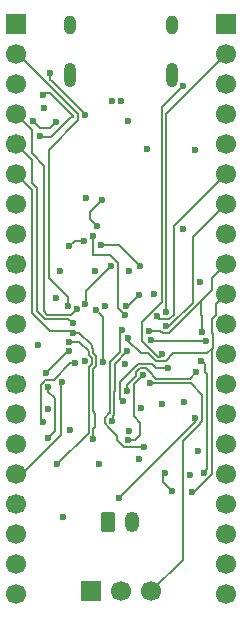
<source format=gbr>
%TF.GenerationSoftware,KiCad,Pcbnew,9.0.6*%
%TF.CreationDate,2026-01-01T23:14:18-05:00*%
%TF.ProjectId,rp2040 better,72703230-3430-4206-9265-747465722e6b,rev?*%
%TF.SameCoordinates,Original*%
%TF.FileFunction,Copper,L4,Bot*%
%TF.FilePolarity,Positive*%
%FSLAX46Y46*%
G04 Gerber Fmt 4.6, Leading zero omitted, Abs format (unit mm)*
G04 Created by KiCad (PCBNEW 9.0.6) date 2026-01-01 23:14:18*
%MOMM*%
%LPD*%
G01*
G04 APERTURE LIST*
G04 Aperture macros list*
%AMRoundRect*
0 Rectangle with rounded corners*
0 $1 Rounding radius*
0 $2 $3 $4 $5 $6 $7 $8 $9 X,Y pos of 4 corners*
0 Add a 4 corners polygon primitive as box body*
4,1,4,$2,$3,$4,$5,$6,$7,$8,$9,$2,$3,0*
0 Add four circle primitives for the rounded corners*
1,1,$1+$1,$2,$3*
1,1,$1+$1,$4,$5*
1,1,$1+$1,$6,$7*
1,1,$1+$1,$8,$9*
0 Add four rect primitives between the rounded corners*
20,1,$1+$1,$2,$3,$4,$5,0*
20,1,$1+$1,$4,$5,$6,$7,0*
20,1,$1+$1,$6,$7,$8,$9,0*
20,1,$1+$1,$8,$9,$2,$3,0*%
G04 Aperture macros list end*
%TA.AperFunction,HeatsinkPad*%
%ADD10O,1.000000X1.600000*%
%TD*%
%TA.AperFunction,HeatsinkPad*%
%ADD11O,1.000000X2.100000*%
%TD*%
%TA.AperFunction,ComponentPad*%
%ADD12C,1.700000*%
%TD*%
%TA.AperFunction,ComponentPad*%
%ADD13R,1.700000X1.700000*%
%TD*%
%TA.AperFunction,ComponentPad*%
%ADD14O,1.200000X1.750000*%
%TD*%
%TA.AperFunction,ComponentPad*%
%ADD15RoundRect,0.250000X-0.350000X-0.625000X0.350000X-0.625000X0.350000X0.625000X-0.350000X0.625000X0*%
%TD*%
%TA.AperFunction,ViaPad*%
%ADD16C,0.600000*%
%TD*%
%TA.AperFunction,Conductor*%
%ADD17C,0.200000*%
%TD*%
G04 APERTURE END LIST*
D10*
%TO.P,J1,S1,SHIELD*%
%TO.N,GND*%
X196430000Y-55450000D03*
D11*
X196430000Y-59630000D03*
D10*
X205070000Y-55450000D03*
D11*
X205070000Y-59630000D03*
%TD*%
D12*
%TO.P,J3,20,Pin_20*%
%TO.N,GPIO15*%
X191860000Y-103630000D03*
%TO.P,J3,19,Pin_19*%
%TO.N,GPIO14*%
X191860000Y-101090000D03*
%TO.P,J3,18,Pin_18*%
%TO.N,GND*%
X191860000Y-98550000D03*
%TO.P,J3,17,Pin_17*%
%TO.N,GPIO13*%
X191860000Y-96010000D03*
%TO.P,J3,16,Pin_16*%
%TO.N,GPIO12*%
X191860000Y-93470000D03*
%TO.P,J3,15,Pin_15*%
%TO.N,GPIO11*%
X191860000Y-90930000D03*
%TO.P,J3,14,Pin_14*%
%TO.N,GPIO10*%
X191860000Y-88390000D03*
%TO.P,J3,13,Pin_13*%
%TO.N,GND*%
X191860000Y-85850000D03*
%TO.P,J3,12,Pin_12*%
%TO.N,GPIO9*%
X191860000Y-83310000D03*
%TO.P,J3,11,Pin_11*%
%TO.N,GPIO8*%
X191860000Y-80770000D03*
%TO.P,J3,10,Pin_10*%
%TO.N,GPIO7*%
X191860000Y-78230000D03*
%TO.P,J3,9,Pin_9*%
%TO.N,GPIO6*%
X191860000Y-75690000D03*
%TO.P,J3,8,Pin_8*%
%TO.N,GND*%
X191860000Y-73150000D03*
%TO.P,J3,7,Pin_7*%
%TO.N,GPIO5*%
X191860000Y-70610000D03*
%TO.P,J3,6,Pin_6*%
%TO.N,GPIO4*%
X191860000Y-68070000D03*
%TO.P,J3,5,Pin_5*%
%TO.N,GPIO3*%
X191860000Y-65530000D03*
%TO.P,J3,4,Pin_4*%
%TO.N,GPIO2*%
X191860000Y-62990000D03*
%TO.P,J3,3,Pin_3*%
%TO.N,GND*%
X191860000Y-60450000D03*
%TO.P,J3,2,Pin_2*%
%TO.N,GPIO1*%
X191860000Y-57910000D03*
D13*
%TO.P,J3,1,Pin_1*%
%TO.N,GPIO0*%
X191860000Y-55370000D03*
%TD*%
D12*
%TO.P,J4,20,Pin_20*%
%TO.N,GPIO16*%
X209640000Y-103630000D03*
%TO.P,J4,19,Pin_19*%
%TO.N,GPIO17*%
X209640000Y-101090000D03*
%TO.P,J4,18,Pin_18*%
%TO.N,GND*%
X209640000Y-98550000D03*
%TO.P,J4,17,Pin_17*%
%TO.N,GPIO18*%
X209640000Y-96010000D03*
%TO.P,J4,16,Pin_16*%
%TO.N,GPIO19*%
X209640000Y-93470000D03*
%TO.P,J4,15,Pin_15*%
%TO.N,GPIO20*%
X209640000Y-90930000D03*
%TO.P,J4,14,Pin_14*%
%TO.N,GPIO21*%
X209640000Y-88390000D03*
%TO.P,J4,13,Pin_13*%
%TO.N,GND*%
X209640000Y-85850000D03*
%TO.P,J4,12,Pin_12*%
%TO.N,GPIO22*%
X209640000Y-83310000D03*
%TO.P,J4,11,Pin_11*%
%TO.N,RUN*%
X209640000Y-80770000D03*
%TO.P,J4,10,Pin_10*%
%TO.N,GPIO23*%
X209640000Y-78230000D03*
%TO.P,J4,9,Pin_9*%
%TO.N,GPIO24*%
X209640000Y-75690000D03*
%TO.P,J4,8,Pin_8*%
%TO.N,GND*%
X209640000Y-73150000D03*
%TO.P,J4,7,Pin_7*%
%TO.N,GPIO26_ADC0*%
X209640000Y-70610000D03*
%TO.P,J4,6,Pin_6*%
%TO.N,GPIO27_ADC1*%
X209640000Y-68070000D03*
%TO.P,J4,5,Pin_5*%
%TO.N,+3V3*%
X209640000Y-65530000D03*
%TO.P,J4,4,Pin_4*%
%TO.N,GPIO28_ADC2*%
X209640000Y-62990000D03*
%TO.P,J4,3,Pin_3*%
%TO.N,GND*%
X209640000Y-60450000D03*
%TO.P,J4,2,Pin_2*%
%TO.N,GPIO29_ADC3*%
X209640000Y-57910000D03*
D13*
%TO.P,J4,1,Pin_1*%
%TO.N,VBUS*%
X209640000Y-55370000D03*
%TD*%
D14*
%TO.P,J2,2,Pin_2*%
%TO.N,GND*%
X201700000Y-97550000D03*
D15*
%TO.P,J2,1,Pin_1*%
%TO.N,Net-(J2-Pin_1)*%
X199700000Y-97550000D03*
%TD*%
D12*
%TO.P,J5,3,Pin_3*%
%TO.N,SWD*%
X203290000Y-103390000D03*
%TO.P,J5,2,Pin_2*%
%TO.N,GND*%
X200750000Y-103390000D03*
D13*
%TO.P,J5,1,Pin_1*%
%TO.N,SWCLK*%
X198210000Y-103390000D03*
%TD*%
D16*
%TO.N,+3V3*%
X204745050Y-84453166D03*
X200894966Y-87275000D03*
%TO.N,GPIO23*%
X206800000Y-94975000D03*
X205125000Y-94900000D03*
%TO.N,+1V1*%
X199250000Y-83975000D03*
X198637500Y-79537500D03*
%TO.N,GND*%
X194553999Y-87936637D03*
X196451336Y-89700000D03*
X206050000Y-72750000D03*
X206100000Y-87325000D03*
X207275000Y-91525000D03*
X194250000Y-62425000D03*
X197800000Y-70094000D03*
X195575000Y-76225000D03*
X207000000Y-66025000D03*
X195825000Y-97100000D03*
X201396860Y-63525000D03*
X197700000Y-83875000D03*
X207424091Y-77225000D03*
X202300000Y-92175000D03*
%TO.N,+3V3*%
X195300000Y-78525000D03*
X203600000Y-78175000D03*
X199425000Y-79199000D03*
X193701473Y-82500000D03*
X199167618Y-70283854D03*
X198868153Y-92580929D03*
X198700000Y-72450000D03*
%TO.N,+1V1*%
X202250000Y-78275000D03*
X201199265Y-79200735D03*
%TO.N,BAT_OUT*%
X202456015Y-87881015D03*
X202976057Y-65950000D03*
%TO.N,Net-(J2-Pin_1)*%
X207050000Y-88700000D03*
X200625000Y-95475000D03*
%TO.N,VBUS*%
X204258871Y-87500000D03*
X206575000Y-93500000D03*
X204257871Y-83278859D03*
X201439281Y-89800869D03*
X206025000Y-60600000D03*
%TO.N,USB_D+*%
X198575000Y-76250000D03*
X199997286Y-61849535D03*
%TO.N,USB_D-*%
X201450000Y-76250000D03*
X200796860Y-61875716D03*
%TO.N,GPIO13*%
X196340823Y-83040514D03*
X194383949Y-84900000D03*
%TO.N,GPIO12*%
X195741600Y-85679696D03*
%TO.N,GPIO2*%
X197002826Y-79508993D03*
%TO.N,GPIO5*%
X196366080Y-82240911D03*
X197726000Y-63057776D03*
X194775000Y-59475000D03*
X194200000Y-61325000D03*
X195375000Y-92600000D03*
X193918000Y-64825000D03*
%TO.N,GPIO3*%
X196662501Y-80697848D03*
%TO.N,GPIO15*%
X194574000Y-90400000D03*
X194600000Y-86101000D03*
%TO.N,GPIO1*%
X196258912Y-79214722D03*
%TO.N,GPIO4*%
X196662498Y-81497850D03*
X193296765Y-63578235D03*
X195250735Y-63675735D03*
X198425000Y-90500000D03*
%TO.N,GPIO14*%
X196911764Y-84088236D03*
X194173000Y-89015430D03*
%TO.N,RUN*%
X207125000Y-84850000D03*
X201263000Y-86436000D03*
%TO.N,GPIO26_ADC0*%
X204560000Y-80935776D03*
%TO.N,GPIO27_ADC1*%
X203825000Y-80100000D03*
%TO.N,GPIO29_ADC3*%
X204617539Y-79733640D03*
%TO.N,GPIO24*%
X203126490Y-81325020D03*
X207548000Y-83850000D03*
X207625000Y-81468988D03*
X207756000Y-93375000D03*
%TO.N,GPIO28_ADC2*%
X201092073Y-79993523D03*
X198425000Y-73300000D03*
%TO.N,GPIO18*%
X202636765Y-85088235D03*
X201402000Y-90600000D03*
%TO.N,GPIO22*%
X207950000Y-82200000D03*
X203325000Y-82100000D03*
%TO.N,GPIO23*%
X204530000Y-93380000D03*
X201386169Y-81898586D03*
%TO.N,SWCLK*%
X201282500Y-83062794D03*
X200000000Y-88925000D03*
%TO.N,SWD*%
X203226000Y-85775000D03*
X201075000Y-84100000D03*
%TO.N,QSPI_SCLK*%
X199925000Y-75875000D03*
X197759014Y-79077982D03*
%TO.N,PG*%
X202725000Y-91200000D03*
X200862502Y-81293795D03*
%TO.N,QSPI_SD0*%
X202400000Y-75825000D03*
X199100764Y-74025764D03*
%TO.N,QSPI_SD2*%
X196400000Y-74175000D03*
X197600000Y-73750000D03*
%TD*%
D17*
%TO.N,GPIO23*%
X204324265Y-94099265D02*
X205125000Y-94900000D01*
X204530000Y-93380000D02*
X204324265Y-93585735D01*
X204324265Y-93585735D02*
X204324265Y-94099265D01*
%TO.N,SWD*%
X205975000Y-100705000D02*
X203290000Y-103390000D01*
X205975000Y-93195000D02*
X205975000Y-100705000D01*
X206020000Y-93150000D02*
X205975000Y-93195000D01*
X207451000Y-89216100D02*
X206020000Y-90647100D01*
X207451000Y-89148943D02*
X207451000Y-89216100D01*
X207651000Y-86726000D02*
X207651000Y-88948943D01*
X207651000Y-88948943D02*
X207451000Y-89148943D01*
X206020000Y-90647100D02*
X206020000Y-93150000D01*
X206673527Y-85748527D02*
X207651000Y-86726000D01*
X203252473Y-85748527D02*
X206673527Y-85748527D01*
X203226000Y-85775000D02*
X203252473Y-85748527D01*
%TO.N,+3V3*%
X203722307Y-84453166D02*
X204745050Y-84453166D01*
X202238291Y-84126235D02*
X203395376Y-84126235D01*
X203395376Y-84126235D02*
X203722307Y-84453166D01*
X200682000Y-85682526D02*
X202238291Y-84126235D01*
X200682000Y-87062034D02*
X200682000Y-85682526D01*
X200894966Y-87275000D02*
X200682000Y-87062034D01*
%TO.N,RUN*%
X203147378Y-84764905D02*
X203750000Y-85367527D01*
X203135095Y-84764905D02*
X203147378Y-84764905D01*
X201263000Y-85923184D02*
X201263000Y-86436000D01*
X202055765Y-85130419D02*
X201263000Y-85923184D01*
X202055765Y-84847576D02*
X202055765Y-85130419D01*
X202877424Y-84507235D02*
X202396106Y-84507235D01*
X202396106Y-84507235D02*
X202055765Y-84847576D01*
X206607473Y-85367527D02*
X203750000Y-85367527D01*
X203135095Y-84764905D02*
X202877424Y-84507235D01*
X207125000Y-84850000D02*
X206607473Y-85367527D01*
%TO.N,SWCLK*%
X200100000Y-88561815D02*
X200100000Y-88825000D01*
X200180000Y-86441715D02*
X200180000Y-88481815D01*
X200180000Y-88481815D02*
X200100000Y-88561815D01*
X200100000Y-88825000D02*
X200000000Y-88925000D01*
X200231000Y-84114294D02*
X200231000Y-86390716D01*
X200231000Y-86390716D02*
X200180000Y-86441715D01*
X201282500Y-83062794D02*
X200231000Y-84114294D01*
%TO.N,GPIO23*%
X206977659Y-94975000D02*
X208475000Y-93477659D01*
X208475000Y-93477659D02*
X208475000Y-82850000D01*
X208475000Y-82850000D02*
X208551000Y-82774000D01*
X206800000Y-94975000D02*
X206977659Y-94975000D01*
%TO.N,GPIO24*%
X207850000Y-84152000D02*
X207548000Y-83850000D01*
X208075000Y-85025000D02*
X207850000Y-84800000D01*
X208075000Y-93056000D02*
X208075000Y-85025000D01*
X207756000Y-93375000D02*
X208075000Y-93056000D01*
X207850000Y-84800000D02*
X207850000Y-84152000D01*
%TO.N,+1V1*%
X199250000Y-83975000D02*
X199250000Y-80150000D01*
X199250000Y-80150000D02*
X198899000Y-79799000D01*
%TO.N,GPIO5*%
X198281000Y-84115659D02*
X198024000Y-84372659D01*
X198281000Y-83634341D02*
X198281000Y-84115659D01*
X198024000Y-84372659D02*
X198024000Y-89951000D01*
X198024000Y-83377341D02*
X198281000Y-83634341D01*
X197225000Y-82240911D02*
X198024000Y-83039911D01*
X196366080Y-82240911D02*
X197225000Y-82240911D01*
X198024000Y-83039911D02*
X198024000Y-83377341D01*
X198024000Y-89951000D02*
X195375000Y-92600000D01*
%TO.N,PG*%
X201025000Y-91200000D02*
X202725000Y-91200000D01*
X200425000Y-90600000D02*
X201025000Y-91200000D01*
X200425000Y-90199943D02*
X200425000Y-90600000D01*
X199850000Y-89624943D02*
X200425000Y-90199943D01*
X199850000Y-89526000D02*
X199850000Y-89624943D01*
X199751057Y-89526000D02*
X199850000Y-89526000D01*
X199399000Y-89173943D02*
X199751057Y-89526000D01*
X199799000Y-88324000D02*
X199751057Y-88324000D01*
X199751057Y-88324000D02*
X199399000Y-88676057D01*
X199850000Y-86232900D02*
X199799000Y-86283900D01*
X199399000Y-88676057D02*
X199399000Y-89173943D01*
X199799000Y-86283900D02*
X199799000Y-88324000D01*
X199850000Y-83956479D02*
X199850000Y-86232900D01*
X200701500Y-83104978D02*
X199850000Y-83956479D01*
X200701500Y-81454797D02*
X200701500Y-83104978D01*
X200862502Y-81293795D02*
X200701500Y-81454797D01*
%TO.N,+3V3*%
X198150000Y-71301472D02*
X199167618Y-70283854D01*
X198150000Y-71900000D02*
X198150000Y-71301472D01*
X198700000Y-72450000D02*
X198150000Y-71900000D01*
%TO.N,+1V1*%
X201199265Y-79200735D02*
X201324265Y-79200735D01*
X201324265Y-79200735D02*
X202250000Y-78275000D01*
%TO.N,Net-(J2-Pin_1)*%
X200625000Y-95475000D02*
X207050000Y-89050000D01*
X207050000Y-89050000D02*
X207050000Y-88700000D01*
%TO.N,VBUS*%
X204216539Y-78858518D02*
X202525490Y-80549567D01*
X204250000Y-62732900D02*
X204216539Y-62766361D01*
X206025000Y-60600000D02*
X204250000Y-62375000D01*
X203885057Y-83510000D02*
X204026730Y-83510000D01*
X202525490Y-82150433D02*
X203885057Y-83510000D01*
X204250000Y-62375000D02*
X204250000Y-62732900D01*
X202525490Y-80549567D02*
X202525490Y-82150433D01*
X204216539Y-62766361D02*
X204216539Y-78858518D01*
X204026730Y-83510000D02*
X204257871Y-83278859D01*
%TO.N,GPIO13*%
X196243435Y-83040514D02*
X194383949Y-84900000D01*
X196340823Y-83040514D02*
X196243435Y-83040514D01*
%TO.N,GPIO12*%
X195741600Y-85679696D02*
X195731903Y-85689393D01*
X195700000Y-85856872D02*
X195700000Y-90125000D01*
X195700000Y-90125000D02*
X192355000Y-93470000D01*
X195731903Y-85689393D02*
X195731903Y-85824969D01*
X195731903Y-85824969D02*
X195700000Y-85856872D01*
X192355000Y-93470000D02*
X191860000Y-93470000D01*
%TO.N,GPIO2*%
X194242100Y-79666078D02*
X194525022Y-79949000D01*
X193200000Y-64330000D02*
X193200000Y-66302900D01*
X193200000Y-66302900D02*
X194242100Y-67345000D01*
X191860000Y-62990000D02*
X193200000Y-64330000D01*
X194525022Y-79949000D02*
X196562819Y-79949000D01*
X194242100Y-67345000D02*
X194242100Y-79666078D01*
X196562819Y-79949000D02*
X197002826Y-79508993D01*
%TO.N,GPIO5*%
X194741422Y-61183579D02*
X194341421Y-61183579D01*
X194341421Y-61183579D02*
X194200000Y-61325000D01*
X193918000Y-64825000D02*
X194043000Y-64950000D01*
X197527000Y-62834957D02*
X194896022Y-60203978D01*
X194825000Y-64950000D02*
X196525000Y-63250000D01*
X196725000Y-63167157D02*
X194741422Y-61183579D01*
X194043000Y-64950000D02*
X194825000Y-64950000D01*
X194775000Y-60082956D02*
X194896022Y-60203978D01*
X196725000Y-63250000D02*
X196725000Y-63167157D01*
X197533776Y-63250000D02*
X197527000Y-63250000D01*
X196525000Y-63250000D02*
X196725000Y-63250000D01*
X194775000Y-59475000D02*
X194775000Y-60082956D01*
X197726000Y-63057776D02*
X197533776Y-63250000D01*
X197527000Y-63250000D02*
X197527000Y-62834957D01*
%TO.N,GPIO3*%
X193200000Y-66870000D02*
X193200000Y-68842900D01*
X196314653Y-80350000D02*
X196662501Y-80697848D01*
X193626000Y-69268900D02*
X193626000Y-79633900D01*
X193200000Y-68842900D02*
X193626000Y-69268900D01*
X193626000Y-79633900D02*
X194342100Y-80350000D01*
X194342100Y-80350000D02*
X196314653Y-80350000D01*
X191860000Y-65530000D02*
X193200000Y-66870000D01*
%TO.N,GPIO15*%
X194600000Y-86101000D02*
X194600000Y-86475000D01*
X195175999Y-89798001D02*
X195175999Y-87050999D01*
X194574000Y-90400000D02*
X195175999Y-89798001D01*
X194600000Y-86475000D02*
X195175999Y-87050999D01*
%TO.N,GPIO1*%
X194643100Y-65981843D02*
X197126000Y-63498943D01*
X197126000Y-63001057D02*
X192034943Y-57910000D01*
X194643100Y-76843100D02*
X194643100Y-65981843D01*
X197126000Y-63498943D02*
X197126000Y-63001057D01*
X196258912Y-79214722D02*
X196258912Y-78458912D01*
X196258912Y-78458912D02*
X194643100Y-76843100D01*
X192034943Y-57910000D02*
X191860000Y-57910000D01*
%TO.N,GPIO4*%
X194775000Y-81350000D02*
X196514648Y-81350000D01*
X193225000Y-69435000D02*
X193225000Y-79800000D01*
X196514648Y-81350000D02*
X196662498Y-81497850D01*
X193225000Y-79800000D02*
X194775000Y-81350000D01*
X194769832Y-64156638D02*
X195250735Y-63675735D01*
X193875168Y-64156638D02*
X194769832Y-64156638D01*
X191860000Y-68070000D02*
X193225000Y-69435000D01*
X193296765Y-63578235D02*
X193875168Y-64156638D01*
%TO.N,GPIO14*%
X194351057Y-85500000D02*
X195071353Y-85500000D01*
X193973999Y-85877058D02*
X193973999Y-88816429D01*
X194225529Y-85625529D02*
X194351057Y-85500000D01*
X194225529Y-85625529D02*
X193973999Y-85877058D01*
X193973999Y-88816429D02*
X194173000Y-89015430D01*
X195071353Y-85500000D02*
X196483117Y-84088236D01*
X196483117Y-84088236D02*
X196911764Y-84088236D01*
%TO.N,GPIO26_ADC0*%
X204579612Y-80955388D02*
X204812834Y-80955388D01*
X204812834Y-80955388D02*
X206824091Y-78944131D01*
X204560000Y-80935776D02*
X204579612Y-80955388D01*
X206824091Y-78944131D02*
X206824091Y-73425909D01*
X206824091Y-73425909D02*
X209640000Y-70610000D01*
%TO.N,GPIO27_ADC1*%
X205218539Y-72491461D02*
X209640000Y-68070000D01*
X204866482Y-80334640D02*
X205218539Y-79982583D01*
X203825000Y-80150000D02*
X204009640Y-80334640D01*
X203825000Y-80100000D02*
X203825000Y-80150000D01*
X205218539Y-79982583D02*
X205218539Y-72491461D01*
X204009640Y-80334640D02*
X204866482Y-80334640D01*
%TO.N,GPIO29_ADC3*%
X204617539Y-62932461D02*
X204617539Y-79733640D01*
X209640000Y-57910000D02*
X204617539Y-62932461D01*
%TO.N,GPIO24*%
X203126490Y-81325020D02*
X204099301Y-81325020D01*
X208489000Y-77856719D02*
X208489000Y-76841000D01*
X208489000Y-76841000D02*
X209640000Y-75690000D01*
X207625000Y-81468988D02*
X207625000Y-80064640D01*
X207560360Y-78785360D02*
X208489000Y-77856719D01*
X207560360Y-80000000D02*
X207560360Y-78785360D01*
X207625000Y-80064640D02*
X207560360Y-80000000D01*
X204808943Y-81536776D02*
X207560360Y-78785360D01*
X204311057Y-81536776D02*
X204808943Y-81536776D01*
X204099301Y-81325020D02*
X204311057Y-81536776D01*
%TO.N,GPIO28_ADC2*%
X200975000Y-79900000D02*
X200975000Y-79825000D01*
X201068523Y-79993523D02*
X200975000Y-79900000D01*
X199798943Y-74899000D02*
X198425000Y-74899000D01*
X200975000Y-79825000D02*
X200526000Y-79376000D01*
X200526000Y-75626057D02*
X199798943Y-74899000D01*
X201092073Y-79993523D02*
X201068523Y-79993523D01*
X200526000Y-79376000D02*
X200526000Y-75626057D01*
X198425000Y-74899000D02*
X198425000Y-73300000D01*
%TO.N,GPIO18*%
X202375000Y-89100000D02*
X201855015Y-88580015D01*
X201855015Y-85869985D02*
X202636765Y-85088235D01*
X201855015Y-88580015D02*
X201855015Y-85869985D01*
X201950000Y-90600000D02*
X202375000Y-90175000D01*
X201402000Y-90600000D02*
X201950000Y-90600000D01*
X202375000Y-90175000D02*
X202375000Y-89100000D01*
%TO.N,GPIO22*%
X207950000Y-82200000D02*
X203425000Y-82200000D01*
X203425000Y-82200000D02*
X203325000Y-82100000D01*
%TO.N,GPIO23*%
X203057957Y-83250000D02*
X203603979Y-83796021D01*
X202425000Y-83250000D02*
X203057957Y-83250000D01*
X208075000Y-83250000D02*
X208475000Y-82850000D01*
X203718957Y-83911000D02*
X204539000Y-83911000D01*
X208775000Y-79095000D02*
X209640000Y-78230000D01*
X201386169Y-82211169D02*
X202425000Y-83250000D01*
X208489000Y-80293240D02*
X208775000Y-80007240D01*
X201386169Y-81898586D02*
X201386169Y-82211169D01*
X208775000Y-80007240D02*
X208775000Y-79095000D01*
X204539000Y-83911000D02*
X205200000Y-83250000D01*
X203603979Y-83796021D02*
X203718957Y-83911000D01*
X208551000Y-82774000D02*
X208551000Y-81562000D01*
X208489000Y-81500000D02*
X208489000Y-80293240D01*
X208551000Y-81562000D02*
X208489000Y-81500000D01*
X205200000Y-83250000D02*
X208075000Y-83250000D01*
%TO.N,QSPI_SCLK*%
X197759014Y-79077982D02*
X197825000Y-79011996D01*
X197825000Y-77975000D02*
X199925000Y-75875000D01*
X197825000Y-79011996D02*
X197825000Y-77975000D01*
%TO.N,QSPI_SD0*%
X200600764Y-74025764D02*
X202400000Y-75825000D01*
X199100764Y-74025764D02*
X200600764Y-74025764D01*
%TO.N,QSPI_SD2*%
X196400000Y-74175000D02*
X196875000Y-73700000D01*
X197550000Y-73700000D02*
X197600000Y-73750000D01*
X196875000Y-73700000D02*
X197550000Y-73700000D01*
%TO.N,GPIO4*%
X196662498Y-81497850D02*
X197225000Y-81497850D01*
X198405000Y-83219525D02*
X198662000Y-83476526D01*
X198405000Y-82882096D02*
X198405000Y-83219525D01*
X197225000Y-81497850D02*
X198300000Y-82572850D01*
X198662000Y-83476526D02*
X198662000Y-84273475D01*
X198300000Y-82572850D02*
X198300000Y-82777095D01*
X198662000Y-84273475D02*
X198405000Y-84530475D01*
X198300000Y-82777095D02*
X198405000Y-82882096D01*
X198405000Y-84530475D02*
X198405000Y-88151857D01*
X198597000Y-88343857D02*
X198597000Y-89503000D01*
X198405000Y-88151857D02*
X198597000Y-88343857D01*
X198597000Y-89503000D02*
X198425000Y-89675000D01*
X198425000Y-89675000D02*
X198425000Y-90500000D01*
%TD*%
M02*

</source>
